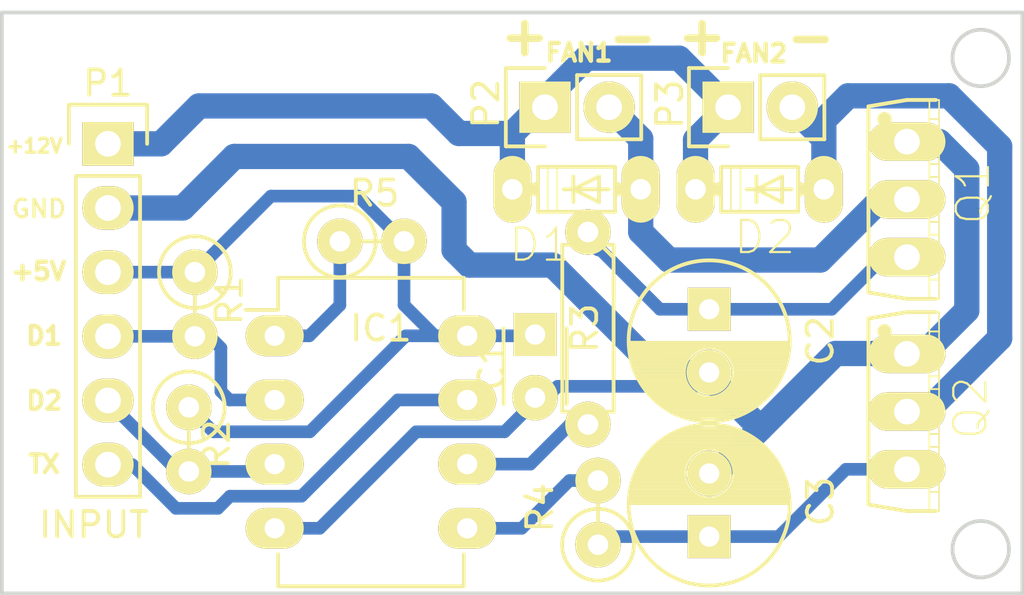
<source format=kicad_pcb>
(kicad_pcb (version 4) (host pcbnew 4.0.1-stable)

  (general
    (links 31)
    (no_connects 0)
    (area 43.124999 86.81 83.675001 110.825001)
    (thickness 1.6)
    (drawings 17)
    (tracks 114)
    (zones 0)
    (modules 16)
    (nets 14)
  )

  (page A4)
  (layers
    (0 F.Cu signal)
    (31 B.Cu signal)
    (32 B.Adhes user hide)
    (33 F.Adhes user hide)
    (34 B.Paste user hide)
    (35 F.Paste user hide)
    (36 B.SilkS user)
    (37 F.SilkS user)
    (38 B.Mask user hide)
    (39 F.Mask user hide)
    (40 Dwgs.User user hide)
    (41 Cmts.User user hide)
    (42 Eco1.User user hide)
    (43 Eco2.User user hide)
    (44 Edge.Cuts user)
    (45 Margin user hide)
    (46 B.CrtYd user hide)
    (47 F.CrtYd user hide)
    (48 B.Fab user hide)
    (49 F.Fab user hide)
  )

  (setup
    (last_trace_width 0.5)
    (user_trace_width 1)
    (trace_clearance 0.2)
    (zone_clearance 0.508)
    (zone_45_only no)
    (trace_min 0.2)
    (segment_width 0.2)
    (edge_width 0.15)
    (via_size 1.6)
    (via_drill 0.8)
    (via_min_size 1.3)
    (via_min_drill 0.8)
    (uvia_size 0.5)
    (uvia_drill 0.1)
    (uvias_allowed no)
    (uvia_min_size 0.5)
    (uvia_min_drill 0.1)
    (pcb_text_width 0.3)
    (pcb_text_size 1.5 1.5)
    (mod_edge_width 0.15)
    (mod_text_size 1 1)
    (mod_text_width 0.15)
    (pad_size 2.3 1.61)
    (pad_drill 0.8)
    (pad_to_mask_clearance 0.2)
    (aux_axis_origin 0 0)
    (visible_elements 7FFEFFFF)
    (pcbplotparams
      (layerselection 0x01000_80000000)
      (usegerberextensions false)
      (excludeedgelayer false)
      (linewidth 0.100000)
      (plotframeref false)
      (viasonmask true)
      (mode 1)
      (useauxorigin false)
      (hpglpennumber 1)
      (hpglpenspeed 20)
      (hpglpendiameter 15)
      (hpglpenoverlay 2)
      (psnegative false)
      (psa4output false)
      (plotreference true)
      (plotvalue true)
      (plotinvisibletext false)
      (padsonsilk false)
      (subtractmaskfromsilk false)
      (outputformat 1)
      (mirror false)
      (drillshape 0)
      (scaleselection 1)
      (outputdirectory test1/))
  )

  (net 0 "")
  (net 1 VCC12V)
  (net 2 GND)
  (net 3 VCC5V)
  (net 4 "Net-(D1-Pad2)")
  (net 5 "Net-(D2-Pad2)")
  (net 6 "Net-(IC1-Pad1)")
  (net 7 DS1)
  (net 8 DS2)
  (net 9 FAN2)
  (net 10 FAN1)
  (net 11 TX)
  (net 12 "Net-(C2-Pad1)")
  (net 13 "Net-(C3-Pad1)")

  (net_class Default "Это класс цепей по умолчанию."
    (clearance 0.2)
    (trace_width 0.5)
    (via_dia 1.6)
    (via_drill 0.8)
    (uvia_dia 0.5)
    (uvia_drill 0.1)
    (add_net DS1)
    (add_net DS2)
    (add_net FAN1)
    (add_net FAN2)
    (add_net GND)
    (add_net "Net-(C2-Pad1)")
    (add_net "Net-(C3-Pad1)")
    (add_net "Net-(D1-Pad2)")
    (add_net "Net-(D2-Pad2)")
    (add_net "Net-(IC1-Pad1)")
    (add_net TX)
    (add_net VCC12V)
    (add_net VCC5V)
  )

  (net_class pow ""
    (clearance 0.5)
    (trace_width 1)
    (via_dia 1.6)
    (via_drill 0.8)
    (uvia_dia 0.5)
    (uvia_drill 0.1)
  )

  (module Capacitors_ThroughHole:C_Disc_D3_P2.5 (layer F.Cu) (tedit 56E49600) (tstamp 56DF3276)
    (at 64.31 100.15 270)
    (descr "Capacitor 3mm Disc, Pitch 2.5mm")
    (tags Capacitor)
    (path /56DEF59A)
    (fp_text reference C1 (at 1.25 1.71 270) (layer F.SilkS)
      (effects (font (size 1 1) (thickness 0.15)))
    )
    (fp_text value 104 (at 1.25 2.5 270) (layer F.Fab)
      (effects (font (size 1 1) (thickness 0.15)))
    )
    (fp_line (start -0.9 -1.5) (end 3.4 -1.5) (layer F.CrtYd) (width 0.05))
    (fp_line (start 3.4 -1.5) (end 3.4 1.5) (layer F.CrtYd) (width 0.05))
    (fp_line (start 3.4 1.5) (end -0.9 1.5) (layer F.CrtYd) (width 0.05))
    (fp_line (start -0.9 1.5) (end -0.9 -1.5) (layer F.CrtYd) (width 0.05))
    (fp_line (start -0.25 -1.25) (end 2.75 -1.25) (layer F.SilkS) (width 0.15))
    (fp_line (start 2.75 1.25) (end -0.25 1.25) (layer F.SilkS) (width 0.15))
    (pad 1 thru_hole rect (at 0 0 270) (size 1.7 1.7) (drill 0.8) (layers *.Cu *.Mask F.SilkS)
      (net 3 VCC5V))
    (pad 2 thru_hole circle (at 2.5 0 270) (size 1.8 1.8) (drill 0.8001) (layers *.Cu *.Mask F.SilkS)
      (net 2 GND))
    (model Capacitors_ThroughHole.3dshapes/C_Disc_D3_P2.5.wrl
      (at (xyz 0.0492126 0 0))
      (scale (xyz 1 1 1))
      (rotate (xyz 0 0 0))
    )
  )

  (module Housings_DIP:DIP-8_W7.62mm_LongPads (layer F.Cu) (tedit 56E49707) (tstamp 56DF32A6)
    (at 54 100.2)
    (descr "8-lead dip package, row spacing 7.62 mm (300 mils), longer pads")
    (tags "dil dip 2.54 300")
    (path /56DEF1A3)
    (fp_text reference IC1 (at 4.2 -0.3) (layer F.SilkS)
      (effects (font (size 1 1) (thickness 0.15)))
    )
    (fp_text value ATTINY85-P (at 0 -3.72) (layer F.Fab)
      (effects (font (size 1 1) (thickness 0.15)))
    )
    (fp_line (start -1.4 -2.45) (end -1.4 10.1) (layer F.CrtYd) (width 0.05))
    (fp_line (start 9 -2.45) (end 9 10.1) (layer F.CrtYd) (width 0.05))
    (fp_line (start -1.4 -2.45) (end 9 -2.45) (layer F.CrtYd) (width 0.05))
    (fp_line (start -1.4 10.1) (end 9 10.1) (layer F.CrtYd) (width 0.05))
    (fp_line (start 0.135 -2.295) (end 0.135 -1.025) (layer F.SilkS) (width 0.15))
    (fp_line (start 7.485 -2.295) (end 7.485 -1.025) (layer F.SilkS) (width 0.15))
    (fp_line (start 7.485 9.915) (end 7.485 8.645) (layer F.SilkS) (width 0.15))
    (fp_line (start 0.135 9.915) (end 0.135 8.645) (layer F.SilkS) (width 0.15))
    (fp_line (start 0.135 -2.295) (end 7.485 -2.295) (layer F.SilkS) (width 0.15))
    (fp_line (start 0.135 9.915) (end 7.485 9.915) (layer F.SilkS) (width 0.15))
    (fp_line (start 0.135 -1.025) (end -1.15 -1.025) (layer F.SilkS) (width 0.15))
    (pad 1 thru_hole oval (at 0 0) (size 2.3 1.61) (drill 0.8) (layers *.Cu *.Mask F.SilkS)
      (net 6 "Net-(IC1-Pad1)"))
    (pad 2 thru_hole oval (at 0 2.54) (size 2.3 1.61) (drill 0.8) (layers *.Cu *.Mask F.SilkS)
      (net 7 DS1))
    (pad 3 thru_hole oval (at 0 5.08) (size 2.3 1.61) (drill 0.8) (layers *.Cu *.Mask F.SilkS)
      (net 8 DS2))
    (pad 4 thru_hole oval (at 0 7.62) (size 2.3 1.61) (drill 0.8) (layers *.Cu *.Mask F.SilkS)
      (net 2 GND))
    (pad 5 thru_hole oval (at 7.62 7.62) (size 2.3 1.61) (drill 0.8) (layers *.Cu *.Mask F.SilkS)
      (net 9 FAN2))
    (pad 6 thru_hole oval (at 7.62 5.08) (size 2.3 1.61) (drill 0.8) (layers *.Cu *.Mask F.SilkS)
      (net 10 FAN1))
    (pad 7 thru_hole oval (at 7.62 2.54) (size 2.3 1.61) (drill 0.8) (layers *.Cu *.Mask F.SilkS)
      (net 11 TX))
    (pad 8 thru_hole oval (at 7.62 0) (size 2.3 1.61) (drill 0.8) (layers *.Cu *.Mask F.SilkS)
      (net 3 VCC5V))
    (model Housings_DIP.3dshapes/DIP-8_W7.62mm_LongPads.wrl
      (at (xyz 0 0 0))
      (scale (xyz 1 1 1))
      (rotate (xyz 0 0 0))
    )
  )

  (module transistor-pnp:transistor-pnp-TO126V (layer F.Cu) (tedit 56E23A72) (tstamp 56DF32E2)
    (at 80.3 94.8 270)
    (descr TO-126)
    (tags TO-126)
    (path /56DEF083)
    (attr virtual)
    (fp_text reference Q1 (at -0.25 -1.35 270) (layer F.SilkS)
      (effects (font (size 1.27 1.27) (thickness 0.0889)))
    )
    (fp_text value BD139 (at -0.1778 5.6896 270) (layer B.SilkS) hide
      (effects (font (size 1.27 1.27) (thickness 0.0889)) (justify mirror))
    )
    (fp_line (start -3.937 0.381) (end -3.175 0.381) (layer F.SilkS) (width 0.06604))
    (fp_line (start -3.175 0.381) (end -3.175 0) (layer F.SilkS) (width 0.06604))
    (fp_line (start -3.937 0) (end -3.175 0) (layer F.SilkS) (width 0.06604))
    (fp_line (start -3.937 0.381) (end -3.937 0) (layer F.SilkS) (width 0.06604))
    (fp_line (start -1.397 0.381) (end -0.889 0.381) (layer F.SilkS) (width 0.06604))
    (fp_line (start -0.889 0.381) (end -0.889 0) (layer F.SilkS) (width 0.06604))
    (fp_line (start -1.397 0) (end -0.889 0) (layer F.SilkS) (width 0.06604))
    (fp_line (start -1.397 0.381) (end -1.397 0) (layer F.SilkS) (width 0.06604))
    (fp_line (start 0.889 0.381) (end 1.397 0.381) (layer F.SilkS) (width 0.06604))
    (fp_line (start 1.397 0.381) (end 1.397 0) (layer F.SilkS) (width 0.06604))
    (fp_line (start 0.889 0) (end 1.397 0) (layer F.SilkS) (width 0.06604))
    (fp_line (start 0.889 0.381) (end 0.889 0) (layer F.SilkS) (width 0.06604))
    (fp_line (start 3.175 0.381) (end 3.937 0.381) (layer F.SilkS) (width 0.06604))
    (fp_line (start 3.937 0.381) (end 3.937 0) (layer F.SilkS) (width 0.06604))
    (fp_line (start 3.175 0) (end 3.937 0) (layer F.SilkS) (width 0.06604))
    (fp_line (start 3.175 0.381) (end 3.175 0) (layer F.SilkS) (width 0.06604))
    (fp_line (start -3.175 0.381) (end -1.397 0.381) (layer F.SilkS) (width 0.06604))
    (fp_line (start -1.397 0.381) (end -1.397 0) (layer F.SilkS) (width 0.06604))
    (fp_line (start -3.175 0) (end -1.397 0) (layer F.SilkS) (width 0.06604))
    (fp_line (start -3.175 0.381) (end -3.175 0) (layer F.SilkS) (width 0.06604))
    (fp_line (start -0.889 0.381) (end 0.889 0.381) (layer F.SilkS) (width 0.06604))
    (fp_line (start 0.889 0.381) (end 0.889 0) (layer F.SilkS) (width 0.06604))
    (fp_line (start -0.889 0) (end 0.889 0) (layer F.SilkS) (width 0.06604))
    (fp_line (start -0.889 0.381) (end -0.889 0) (layer F.SilkS) (width 0.06604))
    (fp_line (start 1.397 0.381) (end 3.175 0.381) (layer F.SilkS) (width 0.06604))
    (fp_line (start 3.175 0.381) (end 3.175 0) (layer F.SilkS) (width 0.06604))
    (fp_line (start 1.397 0) (end 3.175 0) (layer F.SilkS) (width 0.06604))
    (fp_line (start 1.397 0.381) (end 1.397 0) (layer F.SilkS) (width 0.06604))
    (fp_line (start -3.937 0.127) (end -3.937 1.27) (layer F.SilkS) (width 0.1524))
    (fp_line (start -3.937 1.27) (end -3.683 2.794) (layer F.SilkS) (width 0.1524))
    (fp_line (start 3.683 2.794) (end 3.937 1.27) (layer F.SilkS) (width 0.1524))
    (fp_line (start 3.937 1.27) (end 3.937 0.127) (layer F.SilkS) (width 0.1524))
    (fp_line (start -3.683 2.794) (end -2.794 2.794) (layer F.SilkS) (width 0.1524))
    (fp_line (start -2.794 2.794) (end -1.778 2.794) (layer F.SilkS) (width 0.1524))
    (fp_line (start -1.778 2.794) (end -0.508 2.794) (layer F.SilkS) (width 0.1524))
    (fp_line (start -0.508 2.794) (end 0.508 2.794) (layer F.SilkS) (width 0.1524))
    (fp_line (start 0.508 2.794) (end 1.778 2.794) (layer F.SilkS) (width 0.1524))
    (fp_line (start 1.778 2.794) (end 2.794 2.794) (layer F.SilkS) (width 0.1524))
    (fp_line (start 2.794 2.794) (end 3.683 2.794) (layer F.SilkS) (width 0.1524))
    (fp_circle (center -3.175 2.159) (end -3.3782 2.3622) (layer F.SilkS) (width 0))
    (pad 1 thru_hole oval (at -2.286 1.27 270) (size 1.524 3.048) (drill 1.016) (layers *.Cu F.Paste F.SilkS F.Mask)
      (net 2 GND))
    (pad 2 thru_hole oval (at 0 1.27 270) (size 1.524 3.048) (drill 1.016) (layers *.Cu F.Paste F.SilkS F.Mask)
      (net 4 "Net-(D1-Pad2)"))
    (pad 3 thru_hole oval (at 2.286 1.27 270) (size 1.524 3.048) (drill 1.016) (layers *.Cu F.Paste F.SilkS F.Mask)
      (net 12 "Net-(C2-Pad1)"))
  )

  (module transistor-pnp:transistor-pnp-TO126V (layer F.Cu) (tedit 56E23A8C) (tstamp 56DF32E9)
    (at 80.3 103.2 270)
    (descr TO-126)
    (tags TO-126)
    (path /56DEF146)
    (attr virtual)
    (fp_text reference Q2 (at -0.15 -1.25 270) (layer F.SilkS)
      (effects (font (size 1.27 1.27) (thickness 0.0889)))
    )
    (fp_text value BD139 (at -0.1778 5.6896 270) (layer B.SilkS) hide
      (effects (font (size 1.27 1.27) (thickness 0.0889)) (justify mirror))
    )
    (fp_line (start -3.937 0.381) (end -3.175 0.381) (layer F.SilkS) (width 0.06604))
    (fp_line (start -3.175 0.381) (end -3.175 0) (layer F.SilkS) (width 0.06604))
    (fp_line (start -3.937 0) (end -3.175 0) (layer F.SilkS) (width 0.06604))
    (fp_line (start -3.937 0.381) (end -3.937 0) (layer F.SilkS) (width 0.06604))
    (fp_line (start -1.397 0.381) (end -0.889 0.381) (layer F.SilkS) (width 0.06604))
    (fp_line (start -0.889 0.381) (end -0.889 0) (layer F.SilkS) (width 0.06604))
    (fp_line (start -1.397 0) (end -0.889 0) (layer F.SilkS) (width 0.06604))
    (fp_line (start -1.397 0.381) (end -1.397 0) (layer F.SilkS) (width 0.06604))
    (fp_line (start 0.889 0.381) (end 1.397 0.381) (layer F.SilkS) (width 0.06604))
    (fp_line (start 1.397 0.381) (end 1.397 0) (layer F.SilkS) (width 0.06604))
    (fp_line (start 0.889 0) (end 1.397 0) (layer F.SilkS) (width 0.06604))
    (fp_line (start 0.889 0.381) (end 0.889 0) (layer F.SilkS) (width 0.06604))
    (fp_line (start 3.175 0.381) (end 3.937 0.381) (layer F.SilkS) (width 0.06604))
    (fp_line (start 3.937 0.381) (end 3.937 0) (layer F.SilkS) (width 0.06604))
    (fp_line (start 3.175 0) (end 3.937 0) (layer F.SilkS) (width 0.06604))
    (fp_line (start 3.175 0.381) (end 3.175 0) (layer F.SilkS) (width 0.06604))
    (fp_line (start -3.175 0.381) (end -1.397 0.381) (layer F.SilkS) (width 0.06604))
    (fp_line (start -1.397 0.381) (end -1.397 0) (layer F.SilkS) (width 0.06604))
    (fp_line (start -3.175 0) (end -1.397 0) (layer F.SilkS) (width 0.06604))
    (fp_line (start -3.175 0.381) (end -3.175 0) (layer F.SilkS) (width 0.06604))
    (fp_line (start -0.889 0.381) (end 0.889 0.381) (layer F.SilkS) (width 0.06604))
    (fp_line (start 0.889 0.381) (end 0.889 0) (layer F.SilkS) (width 0.06604))
    (fp_line (start -0.889 0) (end 0.889 0) (layer F.SilkS) (width 0.06604))
    (fp_line (start -0.889 0.381) (end -0.889 0) (layer F.SilkS) (width 0.06604))
    (fp_line (start 1.397 0.381) (end 3.175 0.381) (layer F.SilkS) (width 0.06604))
    (fp_line (start 3.175 0.381) (end 3.175 0) (layer F.SilkS) (width 0.06604))
    (fp_line (start 1.397 0) (end 3.175 0) (layer F.SilkS) (width 0.06604))
    (fp_line (start 1.397 0.381) (end 1.397 0) (layer F.SilkS) (width 0.06604))
    (fp_line (start -3.937 0.127) (end -3.937 1.27) (layer F.SilkS) (width 0.1524))
    (fp_line (start -3.937 1.27) (end -3.683 2.794) (layer F.SilkS) (width 0.1524))
    (fp_line (start 3.683 2.794) (end 3.937 1.27) (layer F.SilkS) (width 0.1524))
    (fp_line (start 3.937 1.27) (end 3.937 0.127) (layer F.SilkS) (width 0.1524))
    (fp_line (start -3.683 2.794) (end -2.794 2.794) (layer F.SilkS) (width 0.1524))
    (fp_line (start -2.794 2.794) (end -1.778 2.794) (layer F.SilkS) (width 0.1524))
    (fp_line (start -1.778 2.794) (end -0.508 2.794) (layer F.SilkS) (width 0.1524))
    (fp_line (start -0.508 2.794) (end 0.508 2.794) (layer F.SilkS) (width 0.1524))
    (fp_line (start 0.508 2.794) (end 1.778 2.794) (layer F.SilkS) (width 0.1524))
    (fp_line (start 1.778 2.794) (end 2.794 2.794) (layer F.SilkS) (width 0.1524))
    (fp_line (start 2.794 2.794) (end 3.683 2.794) (layer F.SilkS) (width 0.1524))
    (fp_circle (center -3.175 2.159) (end -3.3782 2.3622) (layer F.SilkS) (width 0))
    (pad 1 thru_hole oval (at -2.286 1.27 270) (size 1.524 3.048) (drill 1.016) (layers *.Cu F.Paste F.SilkS F.Mask)
      (net 2 GND))
    (pad 2 thru_hole oval (at 0 1.27 270) (size 1.524 3.048) (drill 1.016) (layers *.Cu F.Paste F.SilkS F.Mask)
      (net 5 "Net-(D2-Pad2)"))
    (pad 3 thru_hole oval (at 2.286 1.27 270) (size 1.524 3.048) (drill 1.016) (layers *.Cu F.Paste F.SilkS F.Mask)
      (net 13 "Net-(C3-Pad1)"))
  )

  (module Discret:R1 (layer F.Cu) (tedit 56E331DF) (tstamp 56DF32EF)
    (at 50.84 98.95 270)
    (descr "Resistance verticale")
    (tags R)
    (path /56DEF392)
    (fp_text reference R1 (at -0.15 -1.36 270) (layer F.SilkS)
      (effects (font (size 1 1) (thickness 0.15)))
    )
    (fp_text value 4K7 (at -1.143 2.54 270) (layer F.Fab)
      (effects (font (size 1 1) (thickness 0.15)))
    )
    (fp_line (start -1.27 0) (end 1.27 0) (layer F.SilkS) (width 0.15))
    (fp_circle (center -1.27 0) (end -0.635 1.27) (layer F.SilkS) (width 0.15))
    (pad 1 thru_hole circle (at -1.27 0 270) (size 1.8 1.8) (drill 0.81) (layers *.Cu *.Mask F.SilkS)
      (net 3 VCC5V))
    (pad 2 thru_hole circle (at 1.27 0 270) (size 1.8 1.8) (drill 0.81) (layers *.Cu *.Mask F.SilkS)
      (net 7 DS1))
    (model Discret.3dshapes/R1.wrl
      (at (xyz 0 0 0))
      (scale (xyz 1 1 1))
      (rotate (xyz 0 0 0))
    )
  )

  (module Discret:R1 (layer F.Cu) (tedit 56E23A21) (tstamp 56DF32F5)
    (at 50.6 104.3 270)
    (descr "Resistance verticale")
    (tags R)
    (path /56DEF481)
    (fp_text reference R2 (at 0.2 -1.1 270) (layer F.SilkS)
      (effects (font (size 1 1) (thickness 0.15)))
    )
    (fp_text value 4K7 (at -1.143 2.54 270) (layer F.Fab)
      (effects (font (size 1 1) (thickness 0.15)))
    )
    (fp_line (start -1.27 0) (end 1.27 0) (layer F.SilkS) (width 0.15))
    (fp_circle (center -1.27 0) (end -0.635 1.27) (layer F.SilkS) (width 0.15))
    (pad 1 thru_hole circle (at -1.27 0 270) (size 1.8 1.8) (drill 0.81) (layers *.Cu *.Mask F.SilkS)
      (net 3 VCC5V))
    (pad 2 thru_hole circle (at 1.27 0 270) (size 1.8 1.8) (drill 0.81) (layers *.Cu *.Mask F.SilkS)
      (net 8 DS2))
    (model Discret.3dshapes/R1.wrl
      (at (xyz 0 0 0))
      (scale (xyz 1 1 1))
      (rotate (xyz 0 0 0))
    )
  )

  (module diode:diode-DO34-5 (layer F.Cu) (tedit 56E49677) (tstamp 56E1F66A)
    (at 65.95 94.4)
    (descr DIODE)
    (tags DIODE)
    (path /56DEF97E)
    (attr virtual)
    (fp_text reference D1 (at -1.45 2.2) (layer F.SilkS)
      (effects (font (size 1.27 1.27) (thickness 0.0889)))
    )
    (fp_text value 1N4148 (at 2.159 1.905) (layer B.SilkS) hide
      (effects (font (size 1.27 1.27) (thickness 0.0889)) (justify mirror))
    )
    (fp_line (start -1.143 0.889) (end -0.762 0.889) (layer F.SilkS) (width 0.06604))
    (fp_line (start -0.762 0.889) (end -0.762 -0.889) (layer F.SilkS) (width 0.06604))
    (fp_line (start -1.143 -0.889) (end -0.762 -0.889) (layer F.SilkS) (width 0.06604))
    (fp_line (start -1.143 0.889) (end -1.143 -0.889) (layer F.SilkS) (width 0.06604))
    (fp_line (start -1.651 0.254) (end -1.524 0.254) (layer F.SilkS) (width 0.06604))
    (fp_line (start -1.524 0.254) (end -1.524 -0.254) (layer F.SilkS) (width 0.06604))
    (fp_line (start -1.651 -0.254) (end -1.524 -0.254) (layer F.SilkS) (width 0.06604))
    (fp_line (start -1.651 0.254) (end -1.651 -0.254) (layer F.SilkS) (width 0.06604))
    (fp_line (start 1.524 0.254) (end 1.651 0.254) (layer F.SilkS) (width 0.06604))
    (fp_line (start 1.651 0.254) (end 1.651 -0.254) (layer F.SilkS) (width 0.06604))
    (fp_line (start 1.524 -0.254) (end 1.651 -0.254) (layer F.SilkS) (width 0.06604))
    (fp_line (start 1.524 0.254) (end 1.524 -0.254) (layer F.SilkS) (width 0.06604))
    (fp_line (start -1.524 0.889) (end 1.524 0.889) (layer F.SilkS) (width 0.1524))
    (fp_line (start 1.524 -0.889) (end -1.524 -0.889) (layer F.SilkS) (width 0.1524))
    (fp_line (start 1.524 0.889) (end 1.524 -0.889) (layer F.SilkS) (width 0.1524))
    (fp_line (start -1.524 -0.889) (end -1.524 0.889) (layer F.SilkS) (width 0.1524))
    (fp_line (start 2.54 0) (end 1.778 0) (layer F.SilkS) (width 0.508))
    (fp_line (start -2.54 0) (end -1.778 0) (layer F.SilkS) (width 0.508))
    (fp_line (start -0.508 0) (end -0.127 0) (layer F.SilkS) (width 0.1524))
    (fp_line (start 0.889 -0.508) (end 0.889 0.508) (layer F.SilkS) (width 0.1524))
    (fp_line (start 0.889 0.508) (end -0.127 0) (layer F.SilkS) (width 0.1524))
    (fp_line (start -0.127 0) (end 1.27 0) (layer F.SilkS) (width 0.1524))
    (fp_line (start -0.127 0) (end 0.889 -0.508) (layer F.SilkS) (width 0.1524))
    (fp_line (start -0.127 -0.508) (end -0.127 0) (layer F.SilkS) (width 0.1524))
    (fp_line (start -0.127 0) (end -0.127 0.508) (layer F.SilkS) (width 0.1524))
    (pad 2 thru_hole oval (at 2.54 0) (size 1.5 2.6416) (drill 0.8128) (layers *.Cu F.Paste F.SilkS F.Mask)
      (net 4 "Net-(D1-Pad2)"))
    (pad 1 thru_hole oval (at -2.54 0) (size 1.5 2.6416) (drill 0.8128) (layers *.Cu F.Paste F.SilkS F.Mask)
      (net 1 VCC12V))
  )

  (module diode:diode-DO34-5 (layer F.Cu) (tedit 56E2375B) (tstamp 56E1F670)
    (at 73.2 94.4)
    (descr DIODE)
    (tags DIODE)
    (path /56DEFA31)
    (attr virtual)
    (fp_text reference D2 (at 0.2 1.9) (layer F.SilkS)
      (effects (font (size 1.27 1.27) (thickness 0.0889)))
    )
    (fp_text value 1N4148 (at 2.159 1.905) (layer B.SilkS) hide
      (effects (font (size 1.27 1.27) (thickness 0.0889)) (justify mirror))
    )
    (fp_line (start -1.143 0.889) (end -0.762 0.889) (layer F.SilkS) (width 0.06604))
    (fp_line (start -0.762 0.889) (end -0.762 -0.889) (layer F.SilkS) (width 0.06604))
    (fp_line (start -1.143 -0.889) (end -0.762 -0.889) (layer F.SilkS) (width 0.06604))
    (fp_line (start -1.143 0.889) (end -1.143 -0.889) (layer F.SilkS) (width 0.06604))
    (fp_line (start -1.651 0.254) (end -1.524 0.254) (layer F.SilkS) (width 0.06604))
    (fp_line (start -1.524 0.254) (end -1.524 -0.254) (layer F.SilkS) (width 0.06604))
    (fp_line (start -1.651 -0.254) (end -1.524 -0.254) (layer F.SilkS) (width 0.06604))
    (fp_line (start -1.651 0.254) (end -1.651 -0.254) (layer F.SilkS) (width 0.06604))
    (fp_line (start 1.524 0.254) (end 1.651 0.254) (layer F.SilkS) (width 0.06604))
    (fp_line (start 1.651 0.254) (end 1.651 -0.254) (layer F.SilkS) (width 0.06604))
    (fp_line (start 1.524 -0.254) (end 1.651 -0.254) (layer F.SilkS) (width 0.06604))
    (fp_line (start 1.524 0.254) (end 1.524 -0.254) (layer F.SilkS) (width 0.06604))
    (fp_line (start -1.524 0.889) (end 1.524 0.889) (layer F.SilkS) (width 0.1524))
    (fp_line (start 1.524 -0.889) (end -1.524 -0.889) (layer F.SilkS) (width 0.1524))
    (fp_line (start 1.524 0.889) (end 1.524 -0.889) (layer F.SilkS) (width 0.1524))
    (fp_line (start -1.524 -0.889) (end -1.524 0.889) (layer F.SilkS) (width 0.1524))
    (fp_line (start 2.54 0) (end 1.778 0) (layer F.SilkS) (width 0.508))
    (fp_line (start -2.54 0) (end -1.778 0) (layer F.SilkS) (width 0.508))
    (fp_line (start -0.508 0) (end -0.127 0) (layer F.SilkS) (width 0.1524))
    (fp_line (start 0.889 -0.508) (end 0.889 0.508) (layer F.SilkS) (width 0.1524))
    (fp_line (start 0.889 0.508) (end -0.127 0) (layer F.SilkS) (width 0.1524))
    (fp_line (start -0.127 0) (end 1.27 0) (layer F.SilkS) (width 0.1524))
    (fp_line (start -0.127 0) (end 0.889 -0.508) (layer F.SilkS) (width 0.1524))
    (fp_line (start -0.127 -0.508) (end -0.127 0) (layer F.SilkS) (width 0.1524))
    (fp_line (start -0.127 0) (end -0.127 0.508) (layer F.SilkS) (width 0.1524))
    (pad 2 thru_hole oval (at 2.54 0) (size 1.5 2.6416) (drill 0.8128) (layers *.Cu F.Paste F.SilkS F.Mask)
      (net 5 "Net-(D2-Pad2)"))
    (pad 1 thru_hole oval (at -2.54 0) (size 1.5 2.6416) (drill 0.8128) (layers *.Cu F.Paste F.SilkS F.Mask)
      (net 1 VCC12V))
  )

  (module Discret:R3 (layer F.Cu) (tedit 56E49588) (tstamp 56E20E69)
    (at 66.4 99.9 270)
    (descr "Resitance 3 pas")
    (tags R)
    (path /56DEF1EE)
    (fp_text reference R3 (at 0 0.127 270) (layer F.SilkS)
      (effects (font (size 1 1) (thickness 0.15)))
    )
    (fp_text value 1K (at 0 0.127 270) (layer F.Fab)
      (effects (font (size 1 1) (thickness 0.15)))
    )
    (fp_line (start -3.81 0) (end -3.302 0) (layer F.SilkS) (width 0.15))
    (fp_line (start 3.81 0) (end 3.302 0) (layer F.SilkS) (width 0.15))
    (fp_line (start 3.302 0) (end 3.302 -1.016) (layer F.SilkS) (width 0.15))
    (fp_line (start 3.302 -1.016) (end -3.302 -1.016) (layer F.SilkS) (width 0.15))
    (fp_line (start -3.302 -1.016) (end -3.302 1.016) (layer F.SilkS) (width 0.15))
    (fp_line (start -3.302 1.016) (end 3.302 1.016) (layer F.SilkS) (width 0.15))
    (fp_line (start 3.302 1.016) (end 3.302 0) (layer F.SilkS) (width 0.15))
    (fp_line (start -3.302 -0.508) (end -2.794 -1.016) (layer F.SilkS) (width 0.15))
    (pad 1 thru_hole circle (at -3.81 0 270) (size 1.8 1.8) (drill 0.8128) (layers *.Cu *.Mask F.SilkS)
      (net 12 "Net-(C2-Pad1)"))
    (pad 2 thru_hole circle (at 3.81 0 270) (size 1.8 1.8) (drill 0.8128) (layers *.Cu *.Mask F.SilkS)
      (net 10 FAN1))
    (model Discret.3dshapes/R3.wrl
      (at (xyz 0 0 0))
      (scale (xyz 0.3 0.3 0.3))
      (rotate (xyz 0 0 0))
    )
  )

  (module Discret:R1 (layer F.Cu) (tedit 56E495CA) (tstamp 56E20EC7)
    (at 66.8 107.2 90)
    (descr "Resistance verticale")
    (tags R)
    (path /56DEF2FF)
    (fp_text reference R4 (at 0.2 -2.3 90) (layer F.SilkS)
      (effects (font (size 1 1) (thickness 0.15)))
    )
    (fp_text value 1K (at -1.143 2.54 90) (layer F.Fab)
      (effects (font (size 1 1) (thickness 0.15)))
    )
    (fp_line (start -1.27 0) (end 1.27 0) (layer F.SilkS) (width 0.15))
    (fp_circle (center -1.27 0) (end -0.635 1.27) (layer F.SilkS) (width 0.15))
    (pad 1 thru_hole circle (at -1.27 0 90) (size 1.8 1.8) (drill 0.81) (layers *.Cu *.Mask F.SilkS)
      (net 13 "Net-(C3-Pad1)"))
    (pad 2 thru_hole circle (at 1.27 0 90) (size 1.8 1.8) (drill 0.81) (layers *.Cu *.Mask F.SilkS)
      (net 9 FAN2))
    (model Discret.3dshapes/R1.wrl
      (at (xyz 0 0 0))
      (scale (xyz 1 1 1))
      (rotate (xyz 0 0 0))
    )
  )

  (module Discret:R1 (layer F.Cu) (tedit 56E23794) (tstamp 56E21F02)
    (at 57.85 96.46)
    (descr "Resistance verticale")
    (tags R)
    (path /56DF26F3)
    (fp_text reference R5 (at 0.1 -1.9) (layer F.SilkS)
      (effects (font (size 1 1) (thickness 0.15)))
    )
    (fp_text value 10K (at -1.143 2.54) (layer F.Fab)
      (effects (font (size 1 1) (thickness 0.15)))
    )
    (fp_line (start -1.27 0) (end 1.27 0) (layer F.SilkS) (width 0.15))
    (fp_circle (center -1.27 0) (end -0.635 1.27) (layer F.SilkS) (width 0.15))
    (pad 1 thru_hole circle (at -1.27 0) (size 1.8 1.8) (drill 0.81) (layers *.Cu *.Mask F.SilkS)
      (net 6 "Net-(IC1-Pad1)"))
    (pad 2 thru_hole circle (at 1.27 0) (size 1.8 1.8) (drill 0.81) (layers *.Cu *.Mask F.SilkS)
      (net 3 VCC5V))
    (model Discret.3dshapes/R1.wrl
      (at (xyz 0 0 0))
      (scale (xyz 1 1 1))
      (rotate (xyz 0 0 0))
    )
  )

  (module Capacitors_ThroughHole:C_Radial_D6.3_L11.2_P2.5 (layer F.Cu) (tedit 56E49658) (tstamp 56E27816)
    (at 71.2 99.15 270)
    (descr "Radial Electrolytic Capacitor, Diameter 6.3mm x Length 11.2mm, Pitch 2.5mm")
    (tags "Electrolytic Capacitor")
    (path /56DEF6F4)
    (fp_text reference C2 (at 1.25 -4.4 270) (layer F.SilkS)
      (effects (font (size 1 1) (thickness 0.15)))
    )
    (fp_text value "100,0 x 16v" (at 1.25 4.4 270) (layer F.Fab)
      (effects (font (size 1 1) (thickness 0.15)))
    )
    (fp_line (start 1.325 -3.149) (end 1.325 3.149) (layer F.SilkS) (width 0.15))
    (fp_line (start 1.465 -3.143) (end 1.465 3.143) (layer F.SilkS) (width 0.15))
    (fp_line (start 1.605 -3.13) (end 1.605 -0.446) (layer F.SilkS) (width 0.15))
    (fp_line (start 1.605 0.446) (end 1.605 3.13) (layer F.SilkS) (width 0.15))
    (fp_line (start 1.745 -3.111) (end 1.745 -0.656) (layer F.SilkS) (width 0.15))
    (fp_line (start 1.745 0.656) (end 1.745 3.111) (layer F.SilkS) (width 0.15))
    (fp_line (start 1.885 -3.085) (end 1.885 -0.789) (layer F.SilkS) (width 0.15))
    (fp_line (start 1.885 0.789) (end 1.885 3.085) (layer F.SilkS) (width 0.15))
    (fp_line (start 2.025 -3.053) (end 2.025 -0.88) (layer F.SilkS) (width 0.15))
    (fp_line (start 2.025 0.88) (end 2.025 3.053) (layer F.SilkS) (width 0.15))
    (fp_line (start 2.165 -3.014) (end 2.165 -0.942) (layer F.SilkS) (width 0.15))
    (fp_line (start 2.165 0.942) (end 2.165 3.014) (layer F.SilkS) (width 0.15))
    (fp_line (start 2.305 -2.968) (end 2.305 -0.981) (layer F.SilkS) (width 0.15))
    (fp_line (start 2.305 0.981) (end 2.305 2.968) (layer F.SilkS) (width 0.15))
    (fp_line (start 2.445 -2.915) (end 2.445 -0.998) (layer F.SilkS) (width 0.15))
    (fp_line (start 2.445 0.998) (end 2.445 2.915) (layer F.SilkS) (width 0.15))
    (fp_line (start 2.585 -2.853) (end 2.585 -0.996) (layer F.SilkS) (width 0.15))
    (fp_line (start 2.585 0.996) (end 2.585 2.853) (layer F.SilkS) (width 0.15))
    (fp_line (start 2.725 -2.783) (end 2.725 -0.974) (layer F.SilkS) (width 0.15))
    (fp_line (start 2.725 0.974) (end 2.725 2.783) (layer F.SilkS) (width 0.15))
    (fp_line (start 2.865 -2.704) (end 2.865 -0.931) (layer F.SilkS) (width 0.15))
    (fp_line (start 2.865 0.931) (end 2.865 2.704) (layer F.SilkS) (width 0.15))
    (fp_line (start 3.005 -2.616) (end 3.005 -0.863) (layer F.SilkS) (width 0.15))
    (fp_line (start 3.005 0.863) (end 3.005 2.616) (layer F.SilkS) (width 0.15))
    (fp_line (start 3.145 -2.516) (end 3.145 -0.764) (layer F.SilkS) (width 0.15))
    (fp_line (start 3.145 0.764) (end 3.145 2.516) (layer F.SilkS) (width 0.15))
    (fp_line (start 3.285 -2.404) (end 3.285 -0.619) (layer F.SilkS) (width 0.15))
    (fp_line (start 3.285 0.619) (end 3.285 2.404) (layer F.SilkS) (width 0.15))
    (fp_line (start 3.425 -2.279) (end 3.425 -0.38) (layer F.SilkS) (width 0.15))
    (fp_line (start 3.425 0.38) (end 3.425 2.279) (layer F.SilkS) (width 0.15))
    (fp_line (start 3.565 -2.136) (end 3.565 2.136) (layer F.SilkS) (width 0.15))
    (fp_line (start 3.705 -1.974) (end 3.705 1.974) (layer F.SilkS) (width 0.15))
    (fp_line (start 3.845 -1.786) (end 3.845 1.786) (layer F.SilkS) (width 0.15))
    (fp_line (start 3.985 -1.563) (end 3.985 1.563) (layer F.SilkS) (width 0.15))
    (fp_line (start 4.125 -1.287) (end 4.125 1.287) (layer F.SilkS) (width 0.15))
    (fp_line (start 4.265 -0.912) (end 4.265 0.912) (layer F.SilkS) (width 0.15))
    (fp_circle (center 2.5 0) (end 2.5 -1) (layer F.SilkS) (width 0.15))
    (fp_circle (center 1.25 0) (end 1.25 -3.1875) (layer F.SilkS) (width 0.15))
    (fp_circle (center 1.25 0) (end 1.25 -3.4) (layer F.CrtYd) (width 0.05))
    (pad 2 thru_hole circle (at 2.5 0 270) (size 1.8 1.8) (drill 0.8) (layers *.Cu *.Mask F.SilkS)
      (net 2 GND))
    (pad 1 thru_hole rect (at 0 0 270) (size 1.7 1.7) (drill 0.8) (layers *.Cu *.Mask F.SilkS)
      (net 12 "Net-(C2-Pad1)"))
    (model Capacitors_ThroughHole.3dshapes/C_Radial_D6.3_L11.2_P2.5.wrl
      (at (xyz 0 0 0))
      (scale (xyz 1 1 1))
      (rotate (xyz 0 0 0))
    )
  )

  (module Capacitors_ThroughHole:C_Radial_D6.3_L11.2_P2.5 (layer F.Cu) (tedit 56E28368) (tstamp 56E2781B)
    (at 71.2 108.15 90)
    (descr "Radial Electrolytic Capacitor, Diameter 6.3mm x Length 11.2mm, Pitch 2.5mm")
    (tags "Electrolytic Capacitor")
    (path /56DEF659)
    (fp_text reference C3 (at 1.39 4.41 90) (layer F.SilkS)
      (effects (font (size 1 1) (thickness 0.15)))
    )
    (fp_text value "100,0 x 16v" (at 3.35 4.4 90) (layer F.Fab)
      (effects (font (size 1 1) (thickness 0.15)))
    )
    (fp_line (start 1.325 -3.149) (end 1.325 3.149) (layer F.SilkS) (width 0.15))
    (fp_line (start 1.465 -3.143) (end 1.465 3.143) (layer F.SilkS) (width 0.15))
    (fp_line (start 1.605 -3.13) (end 1.605 -0.446) (layer F.SilkS) (width 0.15))
    (fp_line (start 1.605 0.446) (end 1.605 3.13) (layer F.SilkS) (width 0.15))
    (fp_line (start 1.745 -3.111) (end 1.745 -0.656) (layer F.SilkS) (width 0.15))
    (fp_line (start 1.745 0.656) (end 1.745 3.111) (layer F.SilkS) (width 0.15))
    (fp_line (start 1.885 -3.085) (end 1.885 -0.789) (layer F.SilkS) (width 0.15))
    (fp_line (start 1.885 0.789) (end 1.885 3.085) (layer F.SilkS) (width 0.15))
    (fp_line (start 2.025 -3.053) (end 2.025 -0.88) (layer F.SilkS) (width 0.15))
    (fp_line (start 2.025 0.88) (end 2.025 3.053) (layer F.SilkS) (width 0.15))
    (fp_line (start 2.165 -3.014) (end 2.165 -0.942) (layer F.SilkS) (width 0.15))
    (fp_line (start 2.165 0.942) (end 2.165 3.014) (layer F.SilkS) (width 0.15))
    (fp_line (start 2.305 -2.968) (end 2.305 -0.981) (layer F.SilkS) (width 0.15))
    (fp_line (start 2.305 0.981) (end 2.305 2.968) (layer F.SilkS) (width 0.15))
    (fp_line (start 2.445 -2.915) (end 2.445 -0.998) (layer F.SilkS) (width 0.15))
    (fp_line (start 2.445 0.998) (end 2.445 2.915) (layer F.SilkS) (width 0.15))
    (fp_line (start 2.585 -2.853) (end 2.585 -0.996) (layer F.SilkS) (width 0.15))
    (fp_line (start 2.585 0.996) (end 2.585 2.853) (layer F.SilkS) (width 0.15))
    (fp_line (start 2.725 -2.783) (end 2.725 -0.974) (layer F.SilkS) (width 0.15))
    (fp_line (start 2.725 0.974) (end 2.725 2.783) (layer F.SilkS) (width 0.15))
    (fp_line (start 2.865 -2.704) (end 2.865 -0.931) (layer F.SilkS) (width 0.15))
    (fp_line (start 2.865 0.931) (end 2.865 2.704) (layer F.SilkS) (width 0.15))
    (fp_line (start 3.005 -2.616) (end 3.005 -0.863) (layer F.SilkS) (width 0.15))
    (fp_line (start 3.005 0.863) (end 3.005 2.616) (layer F.SilkS) (width 0.15))
    (fp_line (start 3.145 -2.516) (end 3.145 -0.764) (layer F.SilkS) (width 0.15))
    (fp_line (start 3.145 0.764) (end 3.145 2.516) (layer F.SilkS) (width 0.15))
    (fp_line (start 3.285 -2.404) (end 3.285 -0.619) (layer F.SilkS) (width 0.15))
    (fp_line (start 3.285 0.619) (end 3.285 2.404) (layer F.SilkS) (width 0.15))
    (fp_line (start 3.425 -2.279) (end 3.425 -0.38) (layer F.SilkS) (width 0.15))
    (fp_line (start 3.425 0.38) (end 3.425 2.279) (layer F.SilkS) (width 0.15))
    (fp_line (start 3.565 -2.136) (end 3.565 2.136) (layer F.SilkS) (width 0.15))
    (fp_line (start 3.705 -1.974) (end 3.705 1.974) (layer F.SilkS) (width 0.15))
    (fp_line (start 3.845 -1.786) (end 3.845 1.786) (layer F.SilkS) (width 0.15))
    (fp_line (start 3.985 -1.563) (end 3.985 1.563) (layer F.SilkS) (width 0.15))
    (fp_line (start 4.125 -1.287) (end 4.125 1.287) (layer F.SilkS) (width 0.15))
    (fp_line (start 4.265 -0.912) (end 4.265 0.912) (layer F.SilkS) (width 0.15))
    (fp_circle (center 2.5 0) (end 2.5 -1) (layer F.SilkS) (width 0.15))
    (fp_circle (center 1.25 0) (end 1.25 -3.1875) (layer F.SilkS) (width 0.15))
    (fp_circle (center 1.25 0) (end 1.25 -3.4) (layer F.CrtYd) (width 0.05))
    (pad 2 thru_hole circle (at 2.5 0 90) (size 1.8 1.8) (drill 0.8) (layers *.Cu *.Mask F.SilkS)
      (net 2 GND))
    (pad 1 thru_hole rect (at 0 0 90) (size 1.7 1.7) (drill 0.8) (layers *.Cu *.Mask F.SilkS)
      (net 13 "Net-(C3-Pad1)"))
    (model Capacitors_ThroughHole.3dshapes/C_Radial_D6.3_L11.2_P2.5.wrl
      (at (xyz 0 0 0))
      (scale (xyz 1 1 1))
      (rotate (xyz 0 0 0))
    )
  )

  (module Pin_Headers:Pin_Header_Straight_1x06 (layer F.Cu) (tedit 56E2814C) (tstamp 56E27820)
    (at 47.4 92.6)
    (descr "Through hole pin header")
    (tags "pin header")
    (path /56E2787C)
    (fp_text reference P1 (at 0 -2.4) (layer F.SilkS)
      (effects (font (size 1 1) (thickness 0.15)))
    )
    (fp_text value INPUT (at -0.56 15.08) (layer F.SilkS)
      (effects (font (size 1 1) (thickness 0.15)))
    )
    (fp_line (start -1.75 -1.75) (end -1.75 14.45) (layer F.CrtYd) (width 0.05))
    (fp_line (start 1.75 -1.75) (end 1.75 14.45) (layer F.CrtYd) (width 0.05))
    (fp_line (start -1.75 -1.75) (end 1.75 -1.75) (layer F.CrtYd) (width 0.05))
    (fp_line (start -1.75 14.45) (end 1.75 14.45) (layer F.CrtYd) (width 0.05))
    (fp_line (start 1.27 1.27) (end 1.27 13.97) (layer F.SilkS) (width 0.15))
    (fp_line (start 1.27 13.97) (end -1.27 13.97) (layer F.SilkS) (width 0.15))
    (fp_line (start -1.27 13.97) (end -1.27 1.27) (layer F.SilkS) (width 0.15))
    (fp_line (start 1.55 -1.55) (end 1.55 0) (layer F.SilkS) (width 0.15))
    (fp_line (start 1.27 1.27) (end -1.27 1.27) (layer F.SilkS) (width 0.15))
    (fp_line (start -1.55 0) (end -1.55 -1.55) (layer F.SilkS) (width 0.15))
    (fp_line (start -1.55 -1.55) (end 1.55 -1.55) (layer F.SilkS) (width 0.15))
    (pad 1 thru_hole rect (at 0 0) (size 2.032 1.7272) (drill 1.016) (layers *.Cu *.Mask F.SilkS)
      (net 1 VCC12V))
    (pad 2 thru_hole oval (at 0 2.54) (size 2.032 1.7272) (drill 1.016) (layers *.Cu *.Mask F.SilkS)
      (net 2 GND))
    (pad 3 thru_hole oval (at 0 5.08) (size 2.032 1.7272) (drill 1.016) (layers *.Cu *.Mask F.SilkS)
      (net 3 VCC5V))
    (pad 4 thru_hole oval (at 0 7.62) (size 2.032 1.7272) (drill 1.016) (layers *.Cu *.Mask F.SilkS)
      (net 7 DS1))
    (pad 5 thru_hole oval (at 0 10.16) (size 2.032 1.7272) (drill 1.016) (layers *.Cu *.Mask F.SilkS)
      (net 8 DS2))
    (pad 6 thru_hole oval (at 0 12.7) (size 2.032 1.7272) (drill 1.016) (layers *.Cu *.Mask F.SilkS)
      (net 11 TX))
    (model Pin_Headers.3dshapes/Pin_Header_Straight_1x06.wrl
      (at (xyz 0 -0.25 0))
      (scale (xyz 1 1 1))
      (rotate (xyz 0 0 90))
    )
  )

  (module Pin_Headers:Pin_Header_Straight_1x02 (layer F.Cu) (tedit 56E2819F) (tstamp 56E27829)
    (at 64.7 91.15 90)
    (descr "Through hole pin header")
    (tags "pin header")
    (path /56DEFA80)
    (fp_text reference P2 (at 0.14 -2.34 270) (layer F.SilkS)
      (effects (font (size 1 1) (thickness 0.15)))
    )
    (fp_text value FAN1 (at 2.16 1.35 180) (layer F.SilkS)
      (effects (font (size 0.7 0.7) (thickness 0.175)))
    )
    (fp_line (start 1.27 1.27) (end 1.27 3.81) (layer F.SilkS) (width 0.15))
    (fp_line (start 1.55 -1.55) (end 1.55 0) (layer F.SilkS) (width 0.15))
    (fp_line (start -1.75 -1.75) (end -1.75 4.3) (layer F.CrtYd) (width 0.05))
    (fp_line (start 1.75 -1.75) (end 1.75 4.3) (layer F.CrtYd) (width 0.05))
    (fp_line (start -1.75 -1.75) (end 1.75 -1.75) (layer F.CrtYd) (width 0.05))
    (fp_line (start -1.75 4.3) (end 1.75 4.3) (layer F.CrtYd) (width 0.05))
    (fp_line (start 1.27 1.27) (end -1.27 1.27) (layer F.SilkS) (width 0.15))
    (fp_line (start -1.55 0) (end -1.55 -1.55) (layer F.SilkS) (width 0.15))
    (fp_line (start -1.55 -1.55) (end 1.55 -1.55) (layer F.SilkS) (width 0.15))
    (fp_line (start -1.27 1.27) (end -1.27 3.81) (layer F.SilkS) (width 0.15))
    (fp_line (start -1.27 3.81) (end 1.27 3.81) (layer F.SilkS) (width 0.15))
    (pad 1 thru_hole rect (at 0 0 90) (size 2.032 2.032) (drill 1.016) (layers *.Cu *.Mask F.SilkS)
      (net 1 VCC12V))
    (pad 2 thru_hole oval (at 0 2.54 90) (size 2.032 2.032) (drill 1.016) (layers *.Cu *.Mask F.SilkS)
      (net 4 "Net-(D1-Pad2)"))
    (model Pin_Headers.3dshapes/Pin_Header_Straight_1x02.wrl
      (at (xyz 0 -0.05 0))
      (scale (xyz 1 1 1))
      (rotate (xyz 0 0 90))
    )
  )

  (module Pin_Headers:Pin_Header_Straight_1x02 (layer F.Cu) (tedit 56E281C8) (tstamp 56E2782E)
    (at 71.95 91.15 90)
    (descr "Through hole pin header")
    (tags "pin header")
    (path /56DEFB67)
    (fp_text reference P3 (at 0.12 -2.31 90) (layer F.SilkS)
      (effects (font (size 1 1) (thickness 0.15)))
    )
    (fp_text value FAN2 (at 2.13 1.02 180) (layer F.SilkS)
      (effects (font (size 0.7 0.7) (thickness 0.175)))
    )
    (fp_line (start 1.27 1.27) (end 1.27 3.81) (layer F.SilkS) (width 0.15))
    (fp_line (start 1.55 -1.55) (end 1.55 0) (layer F.SilkS) (width 0.15))
    (fp_line (start -1.75 -1.75) (end -1.75 4.3) (layer F.CrtYd) (width 0.05))
    (fp_line (start 1.75 -1.75) (end 1.75 4.3) (layer F.CrtYd) (width 0.05))
    (fp_line (start -1.75 -1.75) (end 1.75 -1.75) (layer F.CrtYd) (width 0.05))
    (fp_line (start -1.75 4.3) (end 1.75 4.3) (layer F.CrtYd) (width 0.05))
    (fp_line (start 1.27 1.27) (end -1.27 1.27) (layer F.SilkS) (width 0.15))
    (fp_line (start -1.55 0) (end -1.55 -1.55) (layer F.SilkS) (width 0.15))
    (fp_line (start -1.55 -1.55) (end 1.55 -1.55) (layer F.SilkS) (width 0.15))
    (fp_line (start -1.27 1.27) (end -1.27 3.81) (layer F.SilkS) (width 0.15))
    (fp_line (start -1.27 3.81) (end 1.27 3.81) (layer F.SilkS) (width 0.15))
    (pad 1 thru_hole rect (at 0 0 90) (size 2.032 2.032) (drill 1.016) (layers *.Cu *.Mask F.SilkS)
      (net 1 VCC12V))
    (pad 2 thru_hole oval (at 0 2.54 90) (size 2.032 2.032) (drill 1.016) (layers *.Cu *.Mask F.SilkS)
      (net 5 "Net-(D2-Pad2)"))
    (model Pin_Headers.3dshapes/Pin_Header_Straight_1x02.wrl
      (at (xyz 0 -0.05 0))
      (scale (xyz 1 1 1))
      (rotate (xyz 0 0 90))
    )
  )

  (gr_line (start 43.2 110.4) (end 83.6 110.4) (angle 90) (layer Edge.Cuts) (width 0.15))
  (gr_line (start 43.2 87.4) (end 43.2 110.4) (angle 90) (layer Edge.Cuts) (width 0.15))
  (gr_line (start 83.6 87.4) (end 43.2 87.4) (angle 90) (layer Edge.Cuts) (width 0.15))
  (gr_line (start 83.6 87.8) (end 83.6 87.4) (angle 90) (layer Edge.Cuts) (width 0.15))
  (gr_line (start 83.6 110.4) (end 83.6 87.8) (angle 90) (layer Edge.Cuts) (width 0.15))
  (gr_text - (at 75.22 88.36) (layer F.SilkS)
    (effects (font (size 1.5 1.5) (thickness 0.3)))
  )
  (gr_text + (at 70.92 88.31) (layer F.SilkS)
    (effects (font (size 1.5 1.5) (thickness 0.3)))
  )
  (gr_text - (at 68.17 88.36) (layer F.SilkS)
    (effects (font (size 1.5 1.5) (thickness 0.3)))
  )
  (gr_text + (at 63.9 88.31) (layer F.SilkS)
    (effects (font (size 1.5 1.5) (thickness 0.3)))
  )
  (gr_text TX (at 44.87 105.28) (layer F.SilkS)
    (effects (font (size 0.7 0.7) (thickness 0.175)))
  )
  (gr_text D2 (at 44.88 102.77) (layer F.SilkS)
    (effects (font (size 0.7 0.7) (thickness 0.175)))
  )
  (gr_text D1 (at 44.87 100.2) (layer F.SilkS)
    (effects (font (size 0.7 0.7) (thickness 0.175)))
  )
  (gr_text +5V (at 44.65 97.65) (layer F.SilkS)
    (effects (font (size 0.7 0.7) (thickness 0.175)))
  )
  (gr_text GND (at 44.67 95.17) (layer F.SilkS)
    (effects (font (size 0.7 0.7) (thickness 0.125)))
  )
  (gr_text +12V (at 44.49 92.68) (layer F.SilkS)
    (effects (font (size 0.55 0.55) (thickness 0.1375)))
  )
  (gr_circle (center 81.95 108.65) (end 82.95 108.15) (layer Edge.Cuts) (width 0.15) (tstamp 56E23339))
  (gr_circle (center 81.95 89.2) (end 82.95 88.7) (layer Edge.Cuts) (width 0.15))

  (segment (start 47.4 92.6) (end 49.5 92.6) (width 1) (layer B.Cu) (net 1))
  (segment (start 61.29 92.19) (end 63.41 92.19) (width 1) (layer B.Cu) (net 1) (tstamp 56E31981))
  (segment (start 60.2 91.1) (end 61.29 92.19) (width 1) (layer B.Cu) (net 1) (tstamp 56E3197A))
  (segment (start 51 91.1) (end 60.2 91.1) (width 1) (layer B.Cu) (net 1) (tstamp 56E31977))
  (segment (start 49.5 92.6) (end 51 91.1) (width 1) (layer B.Cu) (net 1) (tstamp 56E31974))
  (segment (start 64.7 91.15) (end 64.7 90.84) (width 1) (layer B.Cu) (net 1))
  (segment (start 64.7 90.84) (end 66.33 89.21) (width 1) (layer B.Cu) (net 1) (tstamp 56E27E5F))
  (segment (start 66.33 89.21) (end 70.01 89.21) (width 1) (layer B.Cu) (net 1) (tstamp 56E27E64))
  (segment (start 70.01 89.21) (end 71.95 91.15) (width 1) (layer B.Cu) (net 1) (tstamp 56E27E68))
  (segment (start 70.66 94.4) (end 70.66 92.44) (width 1) (layer B.Cu) (net 1))
  (segment (start 70.66 92.44) (end 71.95 91.15) (width 1) (layer B.Cu) (net 1) (tstamp 56E27BBD))
  (segment (start 63.41 92.19) (end 63.41 92.74) (width 1) (layer B.Cu) (net 1))
  (segment (start 63.41 92.74) (end 63.41 94.4) (width 1) (layer B.Cu) (net 1) (tstamp 56E2800B))
  (segment (start 64.4499 91.1501) (end 63.41 92.19) (width 1) (layer B.Cu) (net 1))
  (segment (start 71.2 101.65) (end 69.25 101.65) (width 1) (layer B.Cu) (net 2))
  (segment (start 50.36 95.14) (end 47.4 95.14) (width 1) (layer B.Cu) (net 2) (tstamp 56E3196C))
  (segment (start 52.4 93.1) (end 50.36 95.14) (width 1) (layer B.Cu) (net 2) (tstamp 56E31966))
  (segment (start 59.3 93.1) (end 52.4 93.1) (width 1) (layer B.Cu) (net 2) (tstamp 56E31963))
  (segment (start 61.1 94.9) (end 59.3 93.1) (width 1) (layer B.Cu) (net 2) (tstamp 56E31960))
  (segment (start 61.1 96.8) (end 61.1 94.9) (width 1) (layer B.Cu) (net 2) (tstamp 56E3195E))
  (segment (start 61.7 97.4) (end 61.1 96.8) (width 1) (layer B.Cu) (net 2) (tstamp 56E3195B))
  (segment (start 65 97.4) (end 61.7 97.4) (width 1) (layer B.Cu) (net 2) (tstamp 56E31959))
  (segment (start 69.25 101.65) (end 65 97.4) (width 1) (layer B.Cu) (net 2) (tstamp 56E31955))
  (segment (start 79.03 100.914) (end 79.686 100.914) (width 1) (layer B.Cu) (net 2))
  (segment (start 79.686 100.914) (end 81.4 99.2) (width 1) (layer B.Cu) (net 2) (tstamp 56E31733))
  (segment (start 81.4 93.6) (end 80.314 92.514) (width 1) (layer B.Cu) (net 2) (tstamp 56E31748))
  (segment (start 81.4 99.2) (end 81.4 93.6) (width 1) (layer B.Cu) (net 2) (tstamp 56E3173A))
  (segment (start 80.314 92.514) (end 79.03 92.514) (width 1) (layer B.Cu) (net 2) (tstamp 56E3174B))
  (segment (start 73.236 103.864) (end 76.2 100.9) (width 1) (layer B.Cu) (net 2))
  (segment (start 76.2 100.9) (end 79.016 100.9) (width 1) (layer B.Cu) (net 2) (tstamp 56E316CA))
  (segment (start 79.016 100.9) (end 79.03 100.914) (width 1) (layer B.Cu) (net 2) (tstamp 56E316CB))
  (segment (start 63.1 104) (end 64.4 102.7) (width 0.5) (layer B.Cu) (net 2))
  (segment (start 59.6 104) (end 63.1 104) (width 0.5) (layer B.Cu) (net 2))
  (segment (start 55.78 107.82) (end 59.6 104) (width 0.5) (layer B.Cu) (net 2))
  (segment (start 54 107.82) (end 55.78 107.82) (width 0.5) (layer B.Cu) (net 2))
  (segment (start 70.65 102.2) (end 71.2 101.65) (width 0.5) (layer B.Cu) (net 2))
  (segment (start 65.2 102.2) (end 70.65 102.2) (width 0.5) (layer B.Cu) (net 2))
  (segment (start 64.7 102.7) (end 65.2 102.2) (width 0.5) (layer B.Cu) (net 2))
  (segment (start 64.4 102.7) (end 64.7 102.7) (width 0.5) (layer B.Cu) (net 2))
  (segment (start 71.2 101.828) (end 73.236 103.864) (width 1) (layer B.Cu) (net 2))
  (segment (start 71.2 101.65) (end 71.2 101.828) (width 1) (layer B.Cu) (net 2))
  (segment (start 71.45 105.65) (end 71.2 105.65) (width 1) (layer B.Cu) (net 2))
  (segment (start 73.236 103.864) (end 71.45 105.65) (width 1) (layer B.Cu) (net 2))
  (segment (start 61.62 100.2) (end 59.19 100.2) (width 0.5) (layer B.Cu) (net 3))
  (segment (start 51.57 104) (end 50.6 103.03) (width 0.5) (layer B.Cu) (net 3) (tstamp 56E33348))
  (segment (start 55.39 104) (end 51.57 104) (width 0.5) (layer B.Cu) (net 3) (tstamp 56E33338))
  (segment (start 59.19 100.2) (end 55.39 104) (width 0.5) (layer B.Cu) (net 3) (tstamp 56E3332E))
  (segment (start 47.4 97.68) (end 50.84 97.68) (width 0.5) (layer B.Cu) (net 3))
  (segment (start 50.4 97.68) (end 50.84 97.68) (width 0.5) (layer B.Cu) (net 3) (tstamp 56E27ED4))
  (segment (start 59.12 96.46) (end 59.09 96.46) (width 0.5) (layer B.Cu) (net 3))
  (segment (start 59.09 96.46) (end 57.3 94.67) (width 0.5) (layer B.Cu) (net 3) (tstamp 56E27EC3))
  (segment (start 53.85 94.67) (end 50.84 97.68) (width 0.5) (layer B.Cu) (net 3) (tstamp 56E27EC7))
  (segment (start 57.3 94.67) (end 53.85 94.67) (width 0.5) (layer B.Cu) (net 3) (tstamp 56E27EC5))
  (segment (start 61.62 100.2) (end 60.34 100.2) (width 0.5) (layer B.Cu) (net 3))
  (segment (start 59.12 98.98) (end 59.12 96.46) (width 0.5) (layer B.Cu) (net 3) (tstamp 56E27D98))
  (segment (start 60.34 100.2) (end 59.12 98.98) (width 0.5) (layer B.Cu) (net 3) (tstamp 56E27D97))
  (segment (start 61.62 100.2) (end 61.5 100.2) (width 0.5) (layer B.Cu) (net 3))
  (segment (start 61.62 100.2) (end 64.4 100.2) (width 0.5) (layer B.Cu) (net 3))
  (segment (start 68.49 94.4) (end 68.49 96.09) (width 1) (layer B.Cu) (net 4))
  (segment (start 75.6 97.2) (end 78 94.8) (width 1) (layer B.Cu) (net 4) (tstamp 56E316D0))
  (segment (start 69.6 97.2) (end 75.6 97.2) (width 1) (layer B.Cu) (net 4) (tstamp 56E316CF))
  (segment (start 68.49 96.09) (end 69.6 97.2) (width 1) (layer B.Cu) (net 4) (tstamp 56E316CE))
  (segment (start 78 94.8) (end 79.03 94.8) (width 1) (layer B.Cu) (net 4) (tstamp 56E316D1))
  (segment (start 68.49 94.4) (end 68.49 92.4) (width 1) (layer B.Cu) (net 4))
  (segment (start 68.49 92.4) (end 67.24 91.15) (width 1) (layer B.Cu) (net 4) (tstamp 56E27BCC))
  (segment (start 79.03 103.2) (end 79.8 103.2) (width 1) (layer B.Cu) (net 5))
  (segment (start 79.8 103.2) (end 82.7 100.3) (width 1) (layer B.Cu) (net 5) (tstamp 56E31753))
  (segment (start 82.7 100.3) (end 82.7 92.7) (width 1) (layer B.Cu) (net 5) (tstamp 56E31758))
  (segment (start 82.7 92.7) (end 80.7 90.7) (width 1) (layer B.Cu) (net 5) (tstamp 56E31768))
  (segment (start 80.7 90.7) (end 76.7 90.7) (width 1) (layer B.Cu) (net 5) (tstamp 56E3176C))
  (segment (start 76.7 90.7) (end 75.74 91.66) (width 1) (layer B.Cu) (net 5) (tstamp 56E31773))
  (segment (start 75.74 91.66) (end 75.74 92.4) (width 1) (layer B.Cu) (net 5) (tstamp 56E31774))
  (segment (start 75.74 94.4) (end 75.74 92.4) (width 1) (layer B.Cu) (net 5))
  (segment (start 75.74 92.4) (end 74.49 91.15) (width 1) (layer B.Cu) (net 5) (tstamp 56E27B9A))
  (segment (start 54 100.2) (end 55.37 100.2) (width 0.5) (layer B.Cu) (net 6))
  (segment (start 56.58 98.99) (end 56.58 96.46) (width 0.5) (layer B.Cu) (net 6) (tstamp 56E27DA3))
  (segment (start 55.37 100.2) (end 56.58 98.99) (width 0.5) (layer B.Cu) (net 6) (tstamp 56E27D9E))
  (segment (start 47.4 100.22) (end 50.84 100.22) (width 0.5) (layer B.Cu) (net 7))
  (segment (start 50.84 100.22) (end 51.41 100.22) (width 0.5) (layer B.Cu) (net 7))
  (segment (start 51.41 100.22) (end 51.87 100.68) (width 0.5) (layer B.Cu) (net 7) (tstamp 56E27F16))
  (segment (start 52.21 102.74) (end 54 102.74) (width 0.5) (layer B.Cu) (net 7) (tstamp 56E27F1E))
  (segment (start 51.87 102.4) (end 52.21 102.74) (width 0.5) (layer B.Cu) (net 7) (tstamp 56E27F1C))
  (segment (start 51.87 100.68) (end 51.87 102.4) (width 0.5) (layer B.Cu) (net 7) (tstamp 56E27F18))
  (segment (start 50.6 105.57) (end 53.71 105.57) (width 0.5) (layer B.Cu) (net 8))
  (segment (start 53.71 105.57) (end 54 105.28) (width 0.5) (layer B.Cu) (net 8) (tstamp 56E33317))
  (segment (start 47.4 102.76) (end 47.4 102.8) (width 0.5) (layer B.Cu) (net 8))
  (segment (start 47.4 102.8) (end 50.17 105.57) (width 0.5) (layer B.Cu) (net 8) (tstamp 56E3330E))
  (segment (start 50.17 105.57) (end 50.6 105.57) (width 0.5) (layer B.Cu) (net 8) (tstamp 56E33313))
  (segment (start 65.67 105.93) (end 66.8 105.93) (width 0.5) (layer B.Cu) (net 9))
  (segment (start 63.78 107.82) (end 65.67 105.93) (width 0.5) (layer B.Cu) (net 9))
  (segment (start 61.62 107.82) (end 63.78 107.82) (width 0.5) (layer B.Cu) (net 9))
  (segment (start 61.62 105.28) (end 64.12 105.28) (width 0.5) (layer B.Cu) (net 10))
  (segment (start 64.12 105.28) (end 65.69 103.71) (width 0.5) (layer B.Cu) (net 10) (tstamp 56E332C5))
  (segment (start 65.69 103.71) (end 66.4 103.71) (width 0.5) (layer B.Cu) (net 10) (tstamp 56E332C6))
  (segment (start 61.62 102.74) (end 58.87 102.74) (width 0.5) (layer B.Cu) (net 11))
  (segment (start 50.09 107.03) (end 48.36 105.3) (width 0.5) (layer B.Cu) (net 11) (tstamp 56E31A5A))
  (segment (start 51.75 107.03) (end 50.09 107.03) (width 0.5) (layer B.Cu) (net 11) (tstamp 56E31A54))
  (segment (start 52.23 106.55) (end 51.75 107.03) (width 0.5) (layer B.Cu) (net 11) (tstamp 56E31A50))
  (segment (start 55.06 106.55) (end 52.23 106.55) (width 0.5) (layer B.Cu) (net 11) (tstamp 56E31A43))
  (segment (start 58.87 102.74) (end 55.06 106.55) (width 0.5) (layer B.Cu) (net 11) (tstamp 56E31A41))
  (segment (start 48.36 105.3) (end 47.4 105.3) (width 0.5) (layer B.Cu) (net 11) (tstamp 56E31A5C))
  (segment (start 66.4 96.09) (end 66.4 96.3) (width 0.5) (layer B.Cu) (net 12))
  (segment (start 66.4 96.3) (end 69.25 99.15) (width 0.5) (layer B.Cu) (net 12) (tstamp 56E332C9))
  (segment (start 69.25 99.15) (end 71.2 99.15) (width 0.5) (layer B.Cu) (net 12) (tstamp 56E332CA))
  (segment (start 71.2 99.15) (end 76.05 99.15) (width 0.5) (layer B.Cu) (net 12))
  (segment (start 76.05 99.15) (end 78.114 97.086) (width 0.5) (layer B.Cu) (net 12) (tstamp 56E3171B))
  (segment (start 78.114 97.086) (end 79.03 97.086) (width 0.5) (layer B.Cu) (net 12) (tstamp 56E31721))
  (segment (start 66.8 96.8) (end 66.8 96.39) (width 0.5) (layer B.Cu) (net 12))
  (segment (start 71.2 108.15) (end 73.95 108.15) (width 0.5) (layer B.Cu) (net 13))
  (segment (start 76.614 105.486) (end 79.03 105.486) (width 0.5) (layer B.Cu) (net 13) (tstamp 56E316C0))
  (segment (start 73.95 108.15) (end 76.614 105.486) (width 0.5) (layer B.Cu) (net 13) (tstamp 56E316BE))
  (segment (start 67.12 108.15) (end 66.8 108.47) (width 0.5) (layer B.Cu) (net 13))
  (segment (start 71.2 108.15) (end 67.12 108.15) (width 0.5) (layer B.Cu) (net 13))
  (segment (start 71.18 108.17) (end 71.2 108.15) (width 0.5) (layer B.Cu) (net 13))

)

</source>
